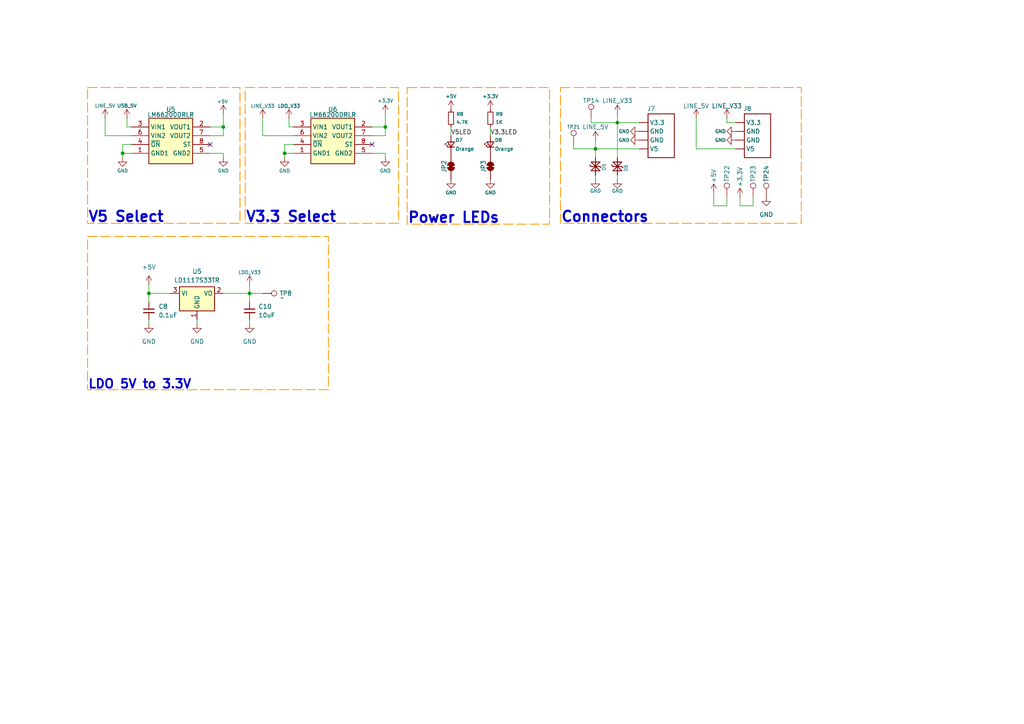
<source format=kicad_sch>
(kicad_sch (version 20250114) (generator "eeschema") (generator_version "9.0")
  (paper "A4")
  (title_block (title "Relay Module") (date "2025-03-22") (rev "1.0") (company "CRG Makes") (comment 1 "Aquarius"))
  (lib_symbols
    (symbol "CRGM Connector:AQ_POWER"
      (property "Reference" "J" (at 0 2.794 0))
      (symbol "AQ_POWER_1_0"
        (polyline (pts (xy 0 2.54) (xy 7.62 2.54)) (stroke (width 0.254)))
        (polyline (pts (xy 0 -10.16) (xy 0 2.54)) (stroke (width 0.254)))
        (polyline (pts (xy 7.62 2.54) (xy 7.62 -10.16)) (stroke (width 0.254)))
        (polyline (pts (xy 7.62 -10.16) (xy 0 -10.16)) (stroke (width 0.254)))
        (pin power_out line (at -2.54 0 0) (length 2.54) (name "V3.3") (number "4"))
        (pin passive line (at -2.54 -2.54 0) (length 2.54) (name "GND") (number "3"))
        (pin passive line (at -2.54 -5.08 0) (length 2.54) (name "GND") (number "2"))
        (pin power_out line (at -2.54 -7.62 0) (length 2.54) (name "V5") (number "1"))
      )
    )
    (symbol "CRGM Passive:PESD3V3S1BL"
      (property "Reference" "D" (at -1.524 1.524 0))
      (symbol "PESD3V3S1BL_1_0"
        (polyline (pts (xy -2.54 0) (xy 2.54 0)) (stroke (width 0.254)))
        (polyline (pts (xy -1.27 1.27) (xy -0.0101 0.0101)) (stroke (width 0.254)))
        (polyline (pts (xy -1.27 -1.27) (xy -1.27 1.27)) (stroke (width 0.254)))
        (polyline (pts (xy -0.3445 -1.6043) (xy -0.3573 -1.6043)) (stroke (width 0.254)))
        (polyline (pts (xy -0.0101 1.2955) (xy -0.0101 -1.27)) (stroke (width 0.254)))
        (polyline (pts (xy -0.0101 1.2955) (xy 0.3778 1.6835)) (stroke (width 0.254)))
        (polyline (pts (xy -0.0101 0.0101) (xy -0.0101 -0.0101)) (stroke (width 0.254)))
        (polyline (pts (xy -0.0101 -0.0101) (xy -1.27 -1.27)) (stroke (width 0.254)))
        (polyline (pts (xy -0.0101 -1.27) (xy -0.3445 -1.6043)) (stroke (width 0.254)))
        (polyline (pts (xy 0.0101 0.0101) (xy 0.0101 -0.0101)) (stroke (width 0.254)))
        (polyline (pts (xy 0.0101 -0.0101) (xy 1.27 -1.27)) (stroke (width 0.254)))
        (polyline (pts (xy 0.3778 1.6835) (xy 0.3981 1.6835)) (stroke (width 0.254)))
        (polyline (pts (xy 1.27 1.27) (xy 0.0101 0.0101)) (stroke (width 0.254)))
        (polyline (pts (xy 1.27 -1.27) (xy 1.27 1.27)) (stroke (width 0.254)))
        (pin passive line (at -2.54 0 0) (length 0) (name "K1") (number "1"))
        (pin passive line (at 2.54 0 180) (length 0) (name "K2") (number "2"))
      )
    )
    (symbol "CRGM Passive:PESD5V5C1BLYL"
      (property "Reference" "D" (at -1.524 1.524 0))
      (symbol "PESD5V5C1BLYL_1_0"
        (polyline (pts (xy -2.54 0) (xy 2.54 0)) (stroke (width 0.254)))
        (polyline (pts (xy -1.27 1.27) (xy -0.0101 0.0101)) (stroke (width 0.254)))
        (polyline (pts (xy -1.27 -1.27) (xy -1.27 1.27)) (stroke (width 0.254)))
        (polyline (pts (xy -0.3445 -1.6043) (xy -0.3573 -1.6043)) (stroke (width 0.254)))
        (polyline (pts (xy -0.0101 1.2955) (xy -0.0101 -1.27)) (stroke (width 0.254)))
        (polyline (pts (xy -0.0101 1.2955) (xy 0.3778 1.6835)) (stroke (width 0.254)))
        (polyline (pts (xy -0.0101 0.0101) (xy -0.0101 -0.0101)) (stroke (width 0.254)))
        (polyline (pts (xy -0.0101 -0.0101) (xy -1.27 -1.27)) (stroke (width 0.254)))
        (polyline (pts (xy -0.0101 -1.27) (xy -0.3445 -1.6043)) (stroke (width 0.254)))
        (polyline (pts (xy 0.0101 0.0101) (xy 0.0101 -0.0101)) (stroke (width 0.254)))
        (polyline (pts (xy 0.0101 -0.0101) (xy 1.27 -1.27)) (stroke (width 0.254)))
        (polyline (pts (xy 0.3778 1.6835) (xy 0.3981 1.6835)) (stroke (width 0.254)))
        (polyline (pts (xy 1.27 1.27) (xy 0.0101 0.0101)) (stroke (width 0.254)))
        (polyline (pts (xy 1.27 -1.27) (xy 1.27 1.27)) (stroke (width 0.254)))
        (pin passive line (at -2.54 0 0) (length 0) (name "K1") (number "1"))
        (pin passive line (at 2.54 0 180) (length 0) (name "K2") (number "2"))
      )
    )
    (symbol "CRGM Power:LM66200DRLR"
      (property "Reference" "U" (at -6.096 10.922 0))
      (property "Value" "LM66200DRLR" (at -6.096 8.382 0))
      (symbol "LM66200DRLR_1_1"
        (rectangle (start -6.35 6.35) (end 6.35 -6.858) (stroke (width 0.254)) (fill (type background)))
        (pin passive line (at -11.43 3.81 0) (length 5.08) (name "VIN1") (number "3"))
        (pin passive line (at -11.43 1.27 0) (length 5.08) (name "VIN2") (number "6"))
        (pin passive line (at -11.43 -1.27 0) (length 5.08) (name "~{ON}") (number "4"))
        (pin passive line (at -11.43 -3.81 0) (length 5.08) (name "GND1") (number "1"))
        (pin power_out line (at 11.43 3.81 180) (length 5.08) (name "VOUT1") (number "2"))
        (pin power_out line (at 11.43 1.27 180) (length 5.08) (name "VOUT2") (number "7"))
        (pin passive line (at 11.43 -1.27 180) (length 5.08) (name "ST") (number "8"))
        (pin passive line (at 11.43 -3.81 180) (length 5.08) (name "GND2") (number "5"))
      )
    )
    (symbol "Connector:TestPoint" (pin_numbers (hide yes)) (pin_names (offset 0.762) (hide yes))
      (property "Reference" "TP" (at 0 6.858 0))
      (property "Value" "TestPoint" (at 0 5.08 0))
      (symbol "TestPoint_0_1"
        (circle (center 0 3.302) (radius 0.762))
      )
      (symbol "TestPoint_1_1"
        (pin passive line (at 0 0 90) (length 2.54) (name "1") (number "1"))
      )
    )
    (symbol "Device:C_Small" (pin_numbers (hide yes)) (pin_names (offset 0.254) (hide yes))
      (property "Reference" "C" (at 0.254 1.778 0))
      (property "Value" "C_Small" (at 0.254 -2.032 0))
      (symbol "C_Small_0_1"
        (polyline (pts (xy -1.524 0.508) (xy 1.524 0.508)) (stroke (width 0.3048)))
        (polyline (pts (xy -1.524 -0.508) (xy 1.524 -0.508)) (stroke (width 0.3302)))
      )
      (symbol "C_Small_1_1"
        (pin passive line (at 0 2.54 270) (length 2.032) (name "~") (number "1"))
        (pin passive line (at 0 -2.54 90) (length 2.032) (name "~") (number "2"))
      )
    )
    (symbol "Device:LED_Small" (pin_numbers (hide yes)) (pin_names (offset 0.254) (hide yes))
      (property "Reference" "D" (at -1.27 3.175 0))
      (property "Value" "LED_Small" (at -4.445 -2.54 0))
      (symbol "LED_Small_0_1"
        (polyline (pts (xy -0.762 -1.016) (xy -0.762 1.016)) (stroke (width 0.254)))
        (polyline (pts (xy 0 0.762) (xy -0.508 1.27) (xy -0.254 1.27) (xy -0.508 1.27) (xy -0.508 1.016)))
        (polyline (pts (xy 0.508 1.27) (xy 0 1.778) (xy 0.254 1.778) (xy 0 1.778) (xy 0 1.524)))
        (polyline (pts (xy 0.762 -1.016) (xy -0.762 0) (xy 0.762 1.016) (xy 0.762 -1.016)) (stroke (width 0.254)))
        (polyline (pts (xy 1.016 0) (xy -0.762 0)))
      )
      (symbol "LED_Small_1_1"
        (pin passive line (at -2.54 0 0) (length 1.778) (name "K") (number "1"))
        (pin passive line (at 2.54 0 180) (length 1.778) (name "A") (number "2"))
      )
    )
    (symbol "Device:R_Small" (pin_numbers (hide yes)) (pin_names (offset 0.254) (hide yes))
      (property "Reference" "R" (at 0 0 90))
      (property "Value" "R_Small" (at 1.778 0 90))
      (symbol "R_Small_0_1"
        (rectangle (start -0.762 1.778) (end 0.762 -1.778) (stroke (width 0.2032)))
      )
      (symbol "R_Small_1_1"
        (pin passive line (at 0 2.54 270) (length 0.762) (name "~") (number "1"))
        (pin passive line (at 0 -2.54 90) (length 0.762) (name "~") (number "2"))
      )
    )
    (symbol "Jumper:SolderJumper_2_Bridged" (pin_numbers (hide yes)) (pin_names (offset 0) (hide yes)) (in_bom no)
      (property "Reference" "JP" (at 0 2.032 0))
      (property "Value" "~" (at 0 -2.54 0))
      (symbol "SolderJumper_2_Bridged_0_1"
        (rectangle (start -0.508 0.508) (end 0.508 -0.508) (fill (type outline)))
        (polyline (pts (xy -0.254 1.016) (xy -0.254 -1.016)))
        (arc (start -0.254 -1.016) (mid -1.2656 0) (end -0.254 1.016))
        (arc (start -0.254 -1.016) (mid -1.2656 0) (end -0.254 1.016) (fill (type outline)))
        (arc (start 0.254 1.016) (mid 1.2656 0) (end 0.254 -1.016))
        (arc (start 0.254 1.016) (mid 1.2656 0) (end 0.254 -1.016) (fill (type outline)))
        (polyline (pts (xy 0.254 1.016) (xy 0.254 -1.016)))
      )
      (symbol "SolderJumper_2_Bridged_1_1"
        (pin passive line (at -3.81 0 0) (length 2.54) (name "A") (number "1"))
        (pin passive line (at 3.81 0 180) (length 2.54) (name "B") (number "2"))
      )
    )
    (symbol "Regulator_Linear:LD1117S33TR_SOT223"
      (property "Reference" "U" (at -3.81 3.175 0))
      (property "Value" "LD1117S33TR_SOT223" (at 0 3.175 0))
      (symbol "LD1117S33TR_SOT223_0_1"
        (rectangle (start -5.08 -5.08) (end 5.08 1.905) (stroke (width 0.254)) (fill (type background)))
      )
      (symbol "LD1117S33TR_SOT223_1_1"
        (pin power_in line (at -7.62 0 0) (length 2.54) (name "VI") (number "3"))
        (pin power_in line (at 0 -7.62 90) (length 2.54) (name "GND") (number "1"))
        (pin power_out line (at 7.62 0 180) (length 2.54) (name "VO") (number "2"))
      )
    )
    (symbol "power:+3.3V" (power) (pin_numbers (hide yes)) (pin_names (offset 0) (hide yes))
      (property "Value" "+3.3V" (at 0 3.556 0))
      (symbol "+3.3V_0_1"
        (polyline (pts (xy -0.762 1.27) (xy 0 2.54)))
        (polyline (pts (xy 0 2.54) (xy 0.762 1.27)))
        (polyline (pts (xy 0 0) (xy 0 2.54)))
      )
      (symbol "+3.3V_1_1"
        (pin power_in line (at 0 0 90) (length 0) (name "~") (number "1"))
      )
    )
    (symbol "power:+5V" (power) (pin_numbers (hide yes)) (pin_names (offset 0) (hide yes))
      (property "Value" "+5V" (at 0 3.556 0))
      (symbol "+5V_0_1"
        (polyline (pts (xy -0.762 1.27) (xy 0 2.54)))
        (polyline (pts (xy 0 2.54) (xy 0.762 1.27)))
        (polyline (pts (xy 0 0) (xy 0 2.54)))
      )
      (symbol "+5V_1_1"
        (pin power_in line (at 0 0 90) (length 0) (name "~") (number "1"))
      )
    )
    (symbol "power:GND" (power) (pin_numbers (hide yes)) (pin_names (offset 0) (hide yes))
      (property "Value" "GND" (at 0 -3.81 0))
      (symbol "GND_0_1"
        (polyline (pts (xy 0 0) (xy 0 -1.27) (xy 1.27 -1.27) (xy 0 -2.54) (xy -1.27 -1.27) (xy 0 -1.27)))
      )
      (symbol "GND_1_1"
        (pin power_in line (at 0 0 270) (length 0) (name "~") (number "1"))
      )
    )
  )
  (rectangle (start 118.11 25.4) (end 159.385 65.024) (stroke (width 0.254) (type dash) (color 255 153 0 1)))
  (rectangle (start 162.56 25.4) (end 232.41 64.77) (stroke (width 0.254) (type dash) (color 255 153 0 1)))
  (rectangle (start 25.4 68.58) (end 95.25 113.03) (stroke (width 0.254) (type dash) (color 255 153 0 1)))
  (rectangle (start 71.12 25.4) (end 115.57 64.77) (stroke (width 0.254) (type dash) (color 255 153 0 1)))
  (rectangle (start 25.4 25.4) (end 69.596 64.77) (stroke (width 0.254) (type dash) (color 255 153 0 1)))
  (text "Connectors" (at 162.56 64.77 0) (effects (font (size 3 3) (thickness 0.6) (bold yes)) (justify left bottom)))
  (text "Power LEDs" (at 118.11 65.024 0) (effects (font (size 3 3) (thickness 0.6) (bold yes)) (justify left bottom)))
  (text "V3.3 Select" (at 71.12 64.77 0) (effects (font (size 3 3) (thickness 0.6) (bold yes)) (justify left bottom)))
  (text "V5 Select" (at 25.4 64.77 0) (effects (font (size 3 3) (thickness 0.6) (bold yes)) (justify left bottom)))
  (text "LDO 5V to 3.3V" (at 25.4 113.03 0) (effects (font (size 2.54 2.54) (thickness 0.508) (bold yes)) (justify left bottom)))
  (junction (at 35.56 44.45))
  (junction (at 179.07 35.56))
  (junction (at 43.18 85.09))
  (junction (at 111.76 36.83))
  (junction (at 82.55 44.45))
  (junction (at 172.72 43.18))
  (junction (at 64.77 36.83))
  (junction (at 72.39 85.09))
  (no_connect (at 107.95 41.91))
  (no_connect (at 60.96 41.91))
  (wire (pts (xy 85.09 36.83) (xy 83.82 36.83)))
  (wire (pts (xy 72.39 92.71) (xy 72.39 93.98)))
  (wire (pts (xy 64.77 39.37) (xy 64.77 36.83)))
  (wire (pts (xy 111.76 44.45) (xy 111.76 45.72)))
  (wire (pts (xy 172.72 50.8) (xy 172.72 52.07)))
  (wire (pts (xy 210.82 59.69) (xy 210.82 57.15)))
  (wire (pts (xy 60.96 44.45) (xy 64.77 44.45)))
  (wire (pts (xy 43.18 85.09) (xy 43.18 82.55)))
  (wire (pts (xy 60.96 36.83) (xy 64.77 36.83)))
  (wire (pts (xy 57.15 92.71) (xy 57.15 93.98)))
  (wire (pts (xy 111.76 39.37) (xy 111.76 36.83)))
  (wire (pts (xy 38.1 36.83) (xy 36.83 36.83)))
  (wire (pts (xy 179.07 52.07) (xy 179.07 50.8)))
  (wire (pts (xy 107.95 36.83) (xy 111.76 36.83)))
  (wire (pts (xy 64.77 33.02) (xy 64.77 36.83)))
  (wire (pts (xy 107.95 44.45) (xy 111.76 44.45)))
  (wire (pts (xy 179.07 35.56) (xy 179.07 45.72)))
  (wire (pts (xy 38.1 39.37) (xy 30.48 39.37)))
  (wire (pts (xy 207.01 59.69) (xy 207.01 55.88)))
  (wire (pts (xy 85.09 44.45) (xy 82.55 44.45)))
  (wire (pts (xy 171.45 34.29) (xy 171.45 35.56)))
  (wire (pts (xy 172.72 43.18) (xy 185.42 43.18)))
  (wire (pts (xy 85.09 39.37) (xy 76.2 39.37)))
  (wire (pts (xy 214.63 57.15) (xy 214.63 59.69)))
  (wire (pts (xy 82.55 41.91) (xy 82.55 44.45)))
  (wire (pts (xy 179.07 35.56) (xy 179.07 33.02)))
  (wire (pts (xy 166.37 41.91) (xy 166.37 43.18)))
  (wire (pts (xy 210.82 35.56) (xy 210.82 34.29)))
  (wire (pts (xy 60.96 39.37) (xy 64.77 39.37)))
  (wire (pts (xy 43.18 85.09) (xy 43.18 87.63)))
  (wire (pts (xy 38.1 44.45) (xy 35.56 44.45)))
  (wire (pts (xy 111.76 33.02) (xy 111.76 36.83)))
  (wire (pts (xy 207.01 59.69) (xy 210.82 59.69)))
  (wire (pts (xy 213.36 43.18) (xy 201.93 43.18)))
  (wire (pts (xy 201.93 43.18) (xy 201.93 34.29)))
  (wire (pts (xy 30.48 39.37) (xy 30.48 34.29)))
  (wire (pts (xy 72.39 82.55) (xy 72.39 85.09)))
  (wire (pts (xy 172.72 43.18) (xy 172.72 45.72)))
  (wire (pts (xy 72.39 85.09) (xy 76.2 85.09)))
  (wire (pts (xy 35.56 41.91) (xy 35.56 44.45)))
  (wire (pts (xy 172.72 40.64) (xy 172.72 43.18)))
  (wire (pts (xy 43.18 85.09) (xy 49.53 85.09)))
  (wire (pts (xy 64.77 85.09) (xy 72.39 85.09)))
  (wire (pts (xy 76.2 39.37) (xy 76.2 34.29)))
  (wire (pts (xy 130.81 36.83) (xy 130.81 39.37)))
  (wire (pts (xy 218.44 57.15) (xy 218.44 59.69)))
  (wire (pts (xy 36.83 36.83) (xy 36.83 34.29)))
  (wire (pts (xy 142.24 36.83) (xy 142.24 39.37)))
  (wire (pts (xy 82.55 44.45) (xy 82.55 45.72)))
  (wire (pts (xy 85.09 41.91) (xy 82.55 41.91)))
  (wire (pts (xy 218.44 59.69) (xy 214.63 59.69)))
  (wire (pts (xy 166.37 43.18) (xy 172.72 43.18)))
  (wire (pts (xy 38.1 41.91) (xy 35.56 41.91)))
  (wire (pts (xy 35.56 44.45) (xy 35.56 45.72)))
  (wire (pts (xy 171.45 35.56) (xy 179.07 35.56)))
  (wire (pts (xy 83.82 36.83) (xy 83.82 34.29)))
  (wire (pts (xy 107.95 39.37) (xy 111.76 39.37)))
  (wire (pts (xy 64.77 44.45) (xy 64.77 45.72)))
  (wire (pts (xy 72.39 85.09) (xy 72.39 87.63)))
  (wire (pts (xy 213.36 35.56) (xy 210.82 35.56)))
  (wire (pts (xy 43.18 92.71) (xy 43.18 93.98)))
  (wire (pts (xy 179.07 35.56) (xy 185.42 35.56)))
  (label "V5LED" (at 130.81 39.37 0))
  (label "V3.3LED" (at 142.24 39.37 0))
  (symbol (lib_id "power:GND") (at 142.24 52.07 0) (unit 1)
    (property "Reference" "#PWR071" (effects (hide yes)))
    (property "Value" "GND" (at 142.24 55.88 0) (effects (font (size 1 1))))
    (property "Description" "Power symbol creates a global label with name \"GND\" , ground" (effects (hide yes)))
  )
  (symbol (lib_id "power:GND") (at 64.77 45.72 0) (unit 1)
    (property "Reference" "#PWR067" (effects (hide yes)))
    (property "Value" "GND" (at 64.77 49.53 0) (effects (font (size 1 1))))
    (property "Description" "Power symbol creates a global label with name \"GND\" , ground" (effects (hide yes)))
  )
  (symbol (lib_id "power:GND") (at 57.15 93.98 0) (unit 1)
    (property "Reference" "#PWR075" (effects (hide yes)))
    (property "Value" "GND" (at 57.15 99.06 0))
    (property "Description" "Power symbol creates a global label with name \"GND\" , ground" (effects (hide yes)))
    (instances (project "power-module" (path "" (reference "#PWR030") (unit 1)) (path "" (reference "#PWR075") (unit 1))))
  )
  (symbol (lib_id "Device:R_Small") (at 142.24 34.29 0) (unit 1)
    (property "Reference" "R9" (at 143.7386 33.1216 0) (effects (font (size 1 1)) (justify left)))
    (property "Value" "1K" (at 143.7386 35.433 0) (effects (font (size 1 1)) (justify left)))
    (property "Footprint" "Resistor_SMD:R_0603_1608Metric" (effects (hide yes)))
    (property "Description" "Resistor, small symbol" (effects (hide yes)))
    (property "MN" "Vishay" (effects (hide yes)))
    (property "MPN" "CRCW06031K00FKEA" (effects (hide yes)))
    (property "Mouser" "71-CRCW06031K00JNEAC" (effects (hide yes)))
    (property "Digikey" "541-3991-2-ND" (effects (hide yes)))
    (property "LCSC" "C2907113" (effects (hide yes)))
  )
  (symbol (lib_id "power:+3.3V") (at 72.39 82.55 0) (unit 1)
    (property "Reference" "#PWR073" (effects (hide yes)))
    (property "Value" "LDO_V33" (at 72.39 78.994 0) (effects (font (size 1 1))))
    (property "Description" "Power symbol creates a global label with name \"+3.3V\"" (effects (hide yes)))
  )
  (symbol (lib_id "Connector:TestPoint") (at 76.2 85.09 270) (unit 1) (in_bom no)
    (property "Reference" "TP25" (at 81.026 85.09 90) (effects (justify left)))
    (property "Value" "~" (at 81.28 86.3599 90) (effects (justify left)))
    (property "Footprint" "CRGM Mechanical:TestPoint_Pad_D1.0mm" (effects (hide yes)))
    (property "Description" "test point" (effects (hide yes)))
    (instances (project "power-module" (path "" (reference "TP8") (unit 1)) (path "" (reference "TP25") (unit 1))))
  )
  (symbol (lib_id "power:GND") (at 222.25 57.15 0) (unit 1)
    (property "Reference" "#PWR056" (effects (hide yes)))
    (property "Value" "GND" (at 222.25 62.23 0))
    (property "Description" "Power symbol creates a global label with name \"GND\" , ground" (effects (hide yes)))
  )
  (symbol (lib_id "CRGM Passive:PESD5V5C1BLYL") (at 172.72 48.26 90) (unit 1)
    (property "Reference" "D5" (at 175.768 49.53 0) (effects (font (size 1 1) (thickness 0.125)) (justify left bottom)))
    (property "Value" "PESD5V5C1BL" (effects (hide yes)))
    (property "Footprint" "CRGM Passive:DFN1006-2" (effects (hide yes)))
    (property "Datasheet" "https://assets.nexperia.com/documents/data-sheet/PESD5V5C1BL.pdf" (effects (hide yes)))
    (property "Description" "TVS DIODE Vrwm=5.5v Vcl=5.4v Ippm=6.5A DFN10062" (effects (hide yes)))
    (property "LCSC" "C2827636" (effects (hide yes)))
    (property "Mouser" "771-PESD5V5C1BLYL" (effects (hide yes)))
    (property "Digikey" "1727-PESD5V5C1BLYLTR-ND" (effects (hide yes)))
    (property "MN" "Nexperia" (effects (hide yes)))
    (property "MPN" "PESD5V5C1BLYL" (effects (hide yes)))
  )
  (symbol (lib_id "power:+5V") (at 201.93 34.29 0) (unit 1)
    (property "Reference" "#PWR039" (effects (hide yes)))
    (property "Value" "LINE_5V" (at 201.93 30.734 0))
    (property "Description" "Power symbol creates a global label with name \"+5V\"" (effects (hide yes)))
  )
  (symbol (lib_id "Jumper:SolderJumper_2_Bridged") (at 130.81 48.26 90) (unit 1) (in_bom no)
    (property "Reference" "JP2" (at 128.778 48.26 0))
    (property "Footprint" "CRGM Connector:SolderJumper-2_P1.3mm_Bridged_RoundedPad1.0x1.5mm" (effects (hide yes)))
    (property "Description" "Solder Jumper, 2-pole, closed/bridged" (effects (hide yes)))
  )
  (symbol (lib_id "power:GND") (at 111.76 45.72 0) (unit 1)
    (property "Reference" "#PWR069" (effects (hide yes)))
    (property "Value" "GND" (at 111.76 49.53 0) (effects (font (size 1 1))))
    (property "Description" "Power symbol creates a global label with name \"GND\" , ground" (effects (hide yes)))
  )
  (symbol (lib_id "CRGM Passive:PESD3V3S1BL") (at 179.07 48.26 90) (unit 1)
    (property "Reference" "D6" (at 182.118 49.784 0) (effects (font (size 1 1) (thickness 0.125)) (justify left bottom)))
    (property "Value" "PESD3V3S1BL" (effects (hide yes)))
    (property "Footprint" "CRGM Passive:DFN1006-2" (effects (hide yes)))
    (property "Datasheet" "https://www.nexperia.com/product/PESD3V3S1BL" (effects (hide yes)))
    (property "Description" "PESD3V3S1BL - Low capacitance bidirectional ESD protection diode\nVrwm=3.3v\nSource: https://assets.nexperia.com/documents/data-sheet/PESD3V3S1BL.pdf  Datasheet\nJLCPCB - C552521  Alternate https://jlcpcb.com/partdetail/DiodesIncorporated-DESD3V3S1BL7B/C500765 DESD3V3S1BL\nJLCPCB - C500765\nhttps://jlcpcb.com/partdetail/Fuxinsemi-LESD8D33CAT5G/C5563754 LESD8D3.3CAT5G\nJLCPCB - C5563754" (effects (hide yes)))
    (property "LCSC" "C5563754" (effects (hide yes)))
    (property "Digikey" "1727-PESD3V3S1BLYLTR-ND" (effects (hide yes)))
    (property "Mouser" "621-DESD3V3S1BL-7B" (effects (hide yes)))
    (property "MN" "FUXINSEMI" (effects (hide yes)))
    (property "MPN" "LESD8D3.3CAT5G" (effects (hide yes)))
  )
  (symbol (lib_id "power:+3.3V") (at 210.82 34.29 0) (unit 1)
    (property "Reference" "#PWR040" (effects (hide yes)))
    (property "Value" "LINE_V33" (at 210.82 30.734 0))
    (property "Description" "Power symbol creates a global label with name \"+3.3V\"" (effects (hide yes)))
  )
  (symbol (lib_id "power:+3.3V") (at 83.82 34.29 0) (unit 1)
    (property "Reference" "#PWR065" (effects (hide yes)))
    (property "Value" "LDO_V33" (at 83.82 30.734 0) (effects (font (size 1 1))))
    (property "Description" "Power symbol creates a global label with name \"+3.3V\"" (effects (hide yes)))
  )
  (symbol (lib_id "Connector:TestPoint") (at 222.25 57.15 0) (unit 1) (in_bom no)
    (property "Reference" "TP24" (at 222.25 52.832 90) (effects (justify left)))
    (property "Footprint" "CRGM Mechanical:TestPoint_Pad_D1.0mm" (effects (hide yes)))
    (property "Description" "test point" (effects (hide yes)))
  )
  (symbol (lib_id "power:GND") (at 172.72 52.07 0) (unit 1)
    (property "Reference" "#PWR050" (effects (hide yes)))
    (property "Value" "GND" (at 172.72 55.372 0) (effects (font (size 1 1))))
    (property "Description" "Power symbol creates a global label with name \"GND\" , ground" (effects (hide yes)))
  )
  (symbol (lib_id "power:GND") (at 213.36 40.64 270) (unit 1)
    (property "Reference" "#PWR048" (effects (hide yes)))
    (property "Value" "GND" (at 210.566 40.64 90) (effects (font (size 1 1)) (justify right)))
    (property "Description" "Power symbol creates a global label with name \"GND\" , ground" (effects (hide yes)))
  )
  (symbol (lib_id "Connector:TestPoint") (at 171.45 34.29 0) (unit 1) (in_bom no)
    (property "Reference" "TP14" (at 171.45 29.21 0))
    (property "Footprint" "CRGM Mechanical:TestPoint_Pad_D1.0mm" (effects (hide yes)))
    (property "Description" "test point" (effects (hide yes)))
  )
  (symbol (lib_id "power:+5V") (at 64.77 33.02 0) (unit 1)
    (property "Reference" "#PWR060" (effects (hide yes)))
    (property "Value" "+5V" (at 64.516 29.464 0) (effects (font (size 1 1))))
    (property "Description" "Power symbol creates a global label with name \"+5V\"" (effects (hide yes)))
  )
  (symbol (lib_id "Device:C_Small") (at 43.18 90.17 0) (unit 1)
    (property "Reference" "C7" (at 45.974 88.9 0) (effects (justify left)))
    (property "Value" "0.1uF" (at 45.974 91.44 0) (effects (justify left)))
    (property "Footprint" "Capacitor_SMD:C_0603_1608Metric" (effects (hide yes)))
    (property "Description" "Unpolarized capacitor, small symbol" (effects (hide yes)))
    (property "MF" "Samsung" (effects (hide yes)))
    (property "MPN" "CL10B104KO8NNNC" (effects (hide yes)))
    (property "LCSC" "C66501" (effects (hide yes)))
    (property "Mouser" "187-CL10B104KO8NNNC" (effects (hide yes)))
    (property "Digikey" "1276-1005-2-ND" (effects (hide yes)))
    (instances (project "power-module" (path "" (reference "C8") (unit 1)) (path "" (reference "C7") (unit 1))))
  )
  (symbol (lib_id "power:GND") (at 179.07 52.07 0) (unit 1)
    (property "Reference" "#PWR051" (effects (hide yes)))
    (property "Value" "GND" (at 179.07 55.372 0) (effects (font (size 1 1))))
    (property "Description" "Power symbol creates a global label with name \"GND\" , ground" (effects (hide yes)))
  )
  (symbol (lib_id "power:+3.3V") (at 76.2 34.29 0) (unit 1)
    (property "Reference" "#PWR064" (effects (hide yes)))
    (property "Value" "LINE_V33" (at 76.2 30.734 0) (effects (font (size 1 1))))
    (property "Description" "Power symbol creates a global label with name \"+3.3V\"" (effects (hide yes)))
  )
  (symbol (lib_id "power:+5V") (at 130.81 31.75 0) (unit 1)
    (property "Reference" "#PWR058" (effects (hide yes)))
    (property "Value" "+5V" (at 130.81 27.94 0) (effects (font (size 1 1))))
    (property "Description" "Power symbol creates a global label with name \"+5V\"" (effects (hide yes)))
  )
  (symbol (lib_id "power:+5V") (at 36.83 34.29 0) (unit 1)
    (property "Reference" "#PWR063" (effects (hide yes)))
    (property "Value" "USB_5V" (at 36.83 31.242 0) (effects (font (size 1 1)) (justify bottom)))
    (property "Description" "Power symbol creates a global label with name \"+5V\"" (effects (hide yes)))
  )
  (symbol (lib_id "Connector:TestPoint") (at 218.44 57.15 0) (unit 1) (in_bom no)
    (property "Reference" "TP23" (at 218.44 52.832 90) (effects (justify left)))
    (property "Footprint" "CRGM Mechanical:TestPoint_Pad_D1.0mm" (effects (hide yes)))
    (property "Description" "test point" (effects (hide yes)))
  )
  (symbol (lib_id "Device:LED_Small") (at 142.24 41.91 90) (unit 1)
    (property "Reference" "D8" (at 143.51 40.64 90) (effects (font (size 1 1)) (justify right)))
    (property "Value" "Orange" (at 143.51 43.18 90) (effects (font (size 1 1)) (justify right)))
    (property "Footprint" "LED_SMD:LED_0603_1608Metric" (effects (hide yes)))
    (property "Description" "Light emitting diode, small symbol" (effects (hide yes)))
    (property "MN" "XINGLIGHT" (effects (hide yes)))
    (property "MPN" "XL-1608UOC-06" (effects (hide yes)))
    (property "Mouser" "859-LTST-C190KFKT" (effects (hide yes)))
    (property "Digikey" "5962-XL-1608UOC-06TR-ND" (effects (hide yes)))
    (property "LCSC" "C965800" (effects (hide yes)))
    (property "Sim.Pin" "1=K 2=A" (effects (hide yes)))
  )
  (symbol (lib_id "Connector:TestPoint") (at 210.82 57.15 0) (unit 1) (in_bom no)
    (property "Reference" "TP22" (at 210.82 52.832 90) (effects (justify left)))
    (property "Footprint" "CRGM Mechanical:TestPoint_Pad_D1.0mm" (effects (hide yes)))
    (property "Description" "test point" (effects (hide yes)))
  )
  (symbol (lib_id "Device:C_Small") (at 72.39 90.17 0) (unit 1)
    (property "Reference" "C8" (at 74.93 88.9 0) (effects (justify left)))
    (property "Value" "10uF" (at 74.93 91.44 0) (effects (justify left)))
    (property "Footprint" "Capacitor_SMD:C_0603_1608Metric" (effects (hide yes)))
    (property "Description" "Unpolarized capacitor, small symbol" (effects (hide yes)))
    (property "MF" "Samsung" (effects (hide yes)))
    (property "MPN" "CL10A106MO8NQNC" (effects (hide yes)))
    (property "LCSC" "C92487" (effects (hide yes)))
    (property "Digikey" "1276-1870-2-ND" (effects (hide yes)))
    (property "Mouser" "187-CL10A106MO8NQNC" (effects (hide yes)))
    (instances (project "power-module" (path "" (reference "C10") (unit 1)) (path "" (reference "C8") (unit 1))))
  )
  (symbol (lib_id "Connector:TestPoint") (at 166.37 41.91 0) (unit 1) (in_bom no)
    (property "Reference" "TP21" (at 166.37 36.83 0) (effects (font (size 1 1))))
    (property "Footprint" "CRGM Mechanical:TestPoint_Pad_D1.0mm" (effects (hide yes)))
    (property "Description" "test point" (effects (hide yes)))
  )
  (symbol (lib_id "power:+3.3V") (at 179.07 33.02 0) (unit 1)
    (property "Reference" "#PWR038" (effects (hide yes)))
    (property "Value" "LINE_V33" (at 179.07 29.21 0))
    (property "Description" "Power symbol creates a global label with name \"+3.3V\"" (effects (hide yes)))
  )
  (symbol (lib_id "Regulator_Linear:LD1117S33TR_SOT223") (at 57.15 85.09 0) (unit 1)
    (property "Reference" "U7" (at 57.15 78.74 0))
    (property "Value" "LD1117S33TR" (at 57.15 81.28 0))
    (property "Footprint" "CRGM Power:SOT230P700X180-4N" (effects (hide yes)))
    (property "Datasheet" "http://www.st.com/st-web-ui/static/active/en/resource/technical/document/datasheet/CD00000544.pdf" (effects (hide yes)))
    (property "Description" "800mA Fixed Low Drop Positive Voltage Regulator, Fixed Output 3.3V, SOT-223" (effects (hide yes)))
    (property "LCSC_PN" "C86781" (effects (hide yes)))
    (property "MF" "STMicroeletronics" (effects (hide yes)))
    (property "MPN" "LD1117S33TR" (effects (hide yes)))
    (property "Mouser" "511-LD1117S33" (effects (hide yes)))
    (property "Digikey" "497-1242-2-ND" (effects (hide yes)))
    (instances (project "power-module" (path "" (reference "U5") (unit 1)) (path "" (reference "U7") (unit 1))))
  )
  (symbol (lib_id "power:+3.3V") (at 214.63 57.15 0) (unit 1)
    (property "Reference" "#PWR055" (effects (hide yes)))
    (property "Value" "+3.3V" (at 214.63 51.308 90))
    (property "Description" "Power symbol creates a global label with name \"+3.3V\"" (effects (hide yes)))
  )
  (symbol (lib_id "power:GND") (at 213.36 38.1 270) (unit 1)
    (property "Reference" "#PWR044" (effects (hide yes)))
    (property "Value" "GND" (at 210.566 38.1 90) (effects (font (size 1 1)) (justify right)))
    (property "Description" "Power symbol creates a global label with name \"GND\" , ground" (effects (hide yes)))
  )
  (symbol (lib_id "Device:R_Small") (at 130.81 34.29 0) (unit 1)
    (property "Reference" "R8" (at 132.3086 33.1216 0) (effects (font (size 1 1)) (justify left)))
    (property "Value" "4.7K" (at 132.3086 35.433 0) (effects (font (size 1 1)) (justify left)))
    (property "Footprint" "Resistor_SMD:R_0603_1608Metric" (effects (hide yes)))
    (property "Description" "Resistor, small symbol" (effects (hide yes)))
    (property "MN" "FOJAN" (effects (hide yes)))
    (property "MPN" "FRC0603J472 TS" (effects (hide yes)))
    (property "Mouser" "71-CRCW06034K70JNEAC" (effects (hide yes)))
    (property "Digikey" "541-3993-2-ND" (effects (hide yes)))
    (property "LCSC" "C2907166" (effects (hide yes)))
  )
  (symbol (lib_id "power:+3.3V") (at 111.76 33.02 0) (unit 1)
    (property "Reference" "#PWR061" (effects (hide yes)))
    (property "Value" "+3.3V" (at 111.76 29.21 0) (effects (font (size 1 1))))
    (property "Description" "Power symbol creates a global label with name \"+3.3V\"" (effects (hide yes)))
  )
  (symbol (lib_id "power:GND") (at 72.39 93.98 0) (unit 1)
    (property "Reference" "#PWR076" (effects (hide yes)))
    (property "Value" "GND" (at 72.39 99.06 0))
    (property "Description" "Power symbol creates a global label with name \"GND\" , ground" (effects (hide yes)))
    (instances (project "power-module" (path "" (reference "#PWR029") (unit 1)) (path "" (reference "#PWR076") (unit 1))))
  )
  (symbol (lib_id "CRGM Connector:AQ_POWER") (at 187.96 35.56 0) (unit 1)
    (property "Reference" "J7" (at 187.706 31.496 0) (effects (font (thickness 0.125)) (justify left)))
    (property "Footprint" "CRGM Connector:JST_SH_SM04B-SRSS-TB_1x04-1MP_P1.00mm_Horizontal" (effects (hide yes)))
    (property "Datasheet" "https://www.jst-mfg.com/product/pdf/eng/eSH.pdf" (effects (hide yes)))
    (property "Description" "4 Position, 1mm pitch" (effects (hide yes)))
    (property "MN" "JST" (effects (hide yes)))
    (property "MPN" "SM04B-SRSS-TBT(LF)(SN)" (effects (hide yes)))
    (property "LCSC" "C2763614" (effects (hide yes)))
    (property "Mouser" "306-SM04BSRSSTBTLFSN" (effects (hide yes)))
    (property "Digikey" "455-SM04B-SRSS-TBTR-ND" (effects (hide yes)))
  )
  (symbol (lib_id "power:+5V") (at 30.48 34.29 0) (unit 1)
    (property "Reference" "#PWR062" (effects (hide yes)))
    (property "Value" "LINE_5V" (at 30.48 31.242 0) (effects (font (size 1 1)) (justify bottom)))
    (property "Description" "Power symbol creates a global label with name \"+5V\"" (effects (hide yes)))
  )
  (symbol (lib_id "power:+5V") (at 207.01 55.88 0) (unit 1)
    (property "Reference" "#PWR053" (effects (hide yes)))
    (property "Value" "+5V" (at 207.01 53.086 90) (effects (justify left)))
    (property "Description" "Power symbol creates a global label with name \"+5V\"" (effects (hide yes)))
  )
  (symbol (lib_id "power:GND") (at 185.42 40.64 270) (unit 1)
    (property "Reference" "#PWR047" (effects (hide yes)))
    (property "Value" "GND" (at 182.626 40.64 90) (effects (font (size 1 1)) (justify right)))
    (property "Description" "Power symbol creates a global label with name \"GND\" , ground" (effects (hide yes)))
  )
  (symbol (lib_id "Device:LED_Small") (at 130.81 41.91 90) (unit 1)
    (property "Reference" "D7" (at 132.08 40.64 90) (effects (font (size 1 1)) (justify right)))
    (property "Value" "Orange" (at 132.08 43.18 90) (effects (font (size 1 1)) (justify right)))
    (property "Footprint" "LED_SMD:LED_0603_1608Metric" (effects (hide yes)))
    (property "Description" "Light emitting diode, small symbol" (effects (hide yes)))
    (property "MN" "XINGLIGHT" (effects (hide yes)))
    (property "MPN" "XL-1608UOC-06" (effects (hide yes)))
    (property "Mouser" "859-LTST-C190KFKT" (effects (hide yes)))
    (property "Digikey" "5962-XL-1608UOC-06TR-ND" (effects (hide yes)))
    (property "LCSC" "C965800" (effects (hide yes)))
    (property "Sim.Pin" "1=K 2=A" (effects (hide yes)))
  )
  (symbol (lib_id "CRGM Connector:AQ_POWER") (at 215.9 35.56 0) (unit 1)
    (property "Reference" "J8" (at 215.646 31.496 0) (effects (font (thickness 0.125)) (justify left)))
    (property "Footprint" "CRGM Connector:JST_SH_SM04B-SRSS-TB_1x04-1MP_P1.00mm_Horizontal" (effects (hide yes)))
    (property "Datasheet" "https://www.jst-mfg.com/product/pdf/eng/eSH.pdf" (effects (hide yes)))
    (property "Description" "4 Position, 1mm pitch" (effects (hide yes)))
    (property "MN" "JST" (effects (hide yes)))
    (property "MPN" "SM04B-SRSS-TBT(LF)(SN)" (effects (hide yes)))
    (property "LCSC" "C2763614" (effects (hide yes)))
    (property "Mouser" "306-SM04BSRSSTBTLFSN" (effects (hide yes)))
    (property "Digikey" "455-SM04B-SRSS-TBTR-ND" (effects (hide yes)))
  )
  (symbol (lib_id "power:GND") (at 43.18 93.98 0) (unit 1)
    (property "Reference" "#PWR074" (effects (hide yes)))
    (property "Value" "GND" (at 43.18 99.06 0))
    (property "Description" "Power symbol creates a global label with name \"GND\" , ground" (effects (hide yes)))
    (instances (project "power-module" (path "" (reference "#PWR032") (unit 1)) (path "" (reference "#PWR074") (unit 1))))
  )
  (symbol (lib_id "power:+3.3V") (at 142.24 31.75 0) (unit 1)
    (property "Reference" "#PWR059" (effects (hide yes)))
    (property "Value" "+3.3V" (at 142.24 27.94 0) (effects (font (size 1 1))))
    (property "Description" "Power symbol creates a global label with name \"+3.3V\"" (effects (hide yes)))
  )
  (symbol (lib_id "CRGM Power:LM66200DRLR") (at 96.52 40.64 0) (unit 1)
    (property "Reference" "U6" (at 96.52 31.75 0))
    (property "Value" "LM66200DRLR" (at 96.52 33.274 0))
    (property "Footprint" "CRGM Power:SOTFL50P160X60-8N" (effects (hide yes)))
    (property "Datasheet" "https://www.ti.com/lit/gpn/lm66200" (effects (hide yes)))
    (property "Description" "1.6-V to 5.5-V, 40-m, 2.5-A, low-IQ, dual ideal diode" (effects (hide yes)))
    (property "MN" "Texas Instruments" (effects (hide yes)))
    (property "MPN" "LM66200DRLR" (effects (hide yes)))
    (property "Mouser" "595-LM66200DRLR" (effects (hide yes)))
    (property "Digikey" "296-LM66200DRLRTR-ND" (effects (hide yes)))
    (property "LCSC" "C3235556" (effects (hide yes)))
    (property "Height" "0.6" (effects (hide yes)))
  )
  (symbol (lib_id "power:+5V") (at 172.72 40.64 0) (unit 1)
    (property "Reference" "#PWR046" (effects (hide yes)))
    (property "Value" "LINE_5V" (at 172.72 36.83 0))
    (property "Description" "Power symbol creates a global label with name \"+5V\"" (effects (hide yes)))
  )
  (symbol (lib_id "CRGM Power:LM66200DRLR") (at 49.53 40.64 0) (unit 1)
    (property "Reference" "U5" (at 49.53 31.75 0))
    (property "Value" "LM66200DRLR" (at 49.53 33.274 0))
    (property "Footprint" "CRGM Power:SOTFL50P160X60-8N" (effects (hide yes)))
    (property "Datasheet" "https://www.ti.com/lit/gpn/lm66200" (effects (hide yes)))
    (property "Description" "1.6-V to 5.5-V, 40-m, 2.5-A, low-IQ, dual ideal diode" (effects (hide yes)))
    (property "MN" "Texas Instruments" (effects (hide yes)))
    (property "MPN" "LM66200DRLR" (effects (hide yes)))
    (property "Mouser" "595-LM66200DRLR" (effects (hide yes)))
    (property "Digikey" "296-LM66200DRLRTR-ND" (effects (hide yes)))
    (property "LCSC" "C3235556" (effects (hide yes)))
    (property "Height" "0.6" (effects (hide yes)))
  )
  (symbol (lib_id "Jumper:SolderJumper_2_Bridged") (at 142.24 48.26 90) (unit 1) (in_bom no)
    (property "Reference" "JP3" (at 140.208 48.26 0))
    (property "Footprint" "CRGM Connector:SolderJumper-2_P1.3mm_Bridged_RoundedPad1.0x1.5mm" (effects (hide yes)))
    (property "Description" "Solder Jumper, 2-pole, closed/bridged" (effects (hide yes)))
  )
  (symbol (lib_id "power:GND") (at 35.56 45.72 0) (unit 1)
    (property "Reference" "#PWR066" (effects (hide yes)))
    (property "Value" "GND" (at 35.56 49.53 0) (effects (font (size 1 1))))
    (property "Description" "Power symbol creates a global label with name \"GND\" , ground" (effects (hide yes)))
  )
  (symbol (lib_id "power:GND") (at 130.81 52.07 0) (unit 1)
    (property "Reference" "#PWR070" (effects (hide yes)))
    (property "Value" "GND" (at 130.81 55.88 0) (effects (font (size 1 1))))
    (property "Description" "Power symbol creates a global label with name \"GND\" , ground" (effects (hide yes)))
  )
  (symbol (lib_id "power:GND") (at 185.42 38.1 270) (unit 1)
    (property "Reference" "#PWR043" (effects (hide yes)))
    (property "Value" "GND" (at 182.626 38.1 90) (effects (font (size 1 1)) (justify right)))
    (property "Description" "Power symbol creates a global label with name \"GND\" , ground" (effects (hide yes)))
  )
  (symbol (lib_id "power:+5V") (at 43.18 82.55 0) (unit 1)
    (property "Reference" "#PWR072" (effects (hide yes)))
    (property "Value" "+5V" (at 43.18 77.47 0))
    (property "Description" "Power symbol creates a global label with name \"+5V\"" (effects (hide yes)))
    (instances (project "power-module" (path "" (reference "#PWR031") (unit 1)) (path "" (reference "#PWR072") (unit 1))))
  )
  (symbol (lib_id "power:GND") (at 82.55 45.72 0) (unit 1)
    (property "Reference" "#PWR068" (effects (hide yes)))
    (property "Value" "GND" (at 82.55 49.53 0) (effects (font (size 1 1))))
    (property "Description" "Power symbol creates a global label with name \"GND\" , ground" (effects (hide yes)))
  )
)
</source>
